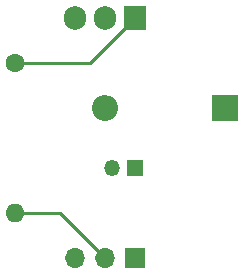
<source format=gbr>
%TF.GenerationSoftware,KiCad,Pcbnew,7.0.1*%
%TF.CreationDate,2023-04-05T13:19:19-06:00*%
%TF.ProjectId,solenoid_driver,736f6c65-6e6f-4696-945f-647269766572,rev?*%
%TF.SameCoordinates,Original*%
%TF.FileFunction,Copper,L2,Bot*%
%TF.FilePolarity,Positive*%
%FSLAX46Y46*%
G04 Gerber Fmt 4.6, Leading zero omitted, Abs format (unit mm)*
G04 Created by KiCad (PCBNEW 7.0.1) date 2023-04-05 13:19:19*
%MOMM*%
%LPD*%
G01*
G04 APERTURE LIST*
%TA.AperFunction,ComponentPad*%
%ADD10R,1.350000X1.350000*%
%TD*%
%TA.AperFunction,ComponentPad*%
%ADD11O,1.350000X1.350000*%
%TD*%
%TA.AperFunction,ComponentPad*%
%ADD12C,1.600000*%
%TD*%
%TA.AperFunction,ComponentPad*%
%ADD13O,1.600000X1.600000*%
%TD*%
%TA.AperFunction,ComponentPad*%
%ADD14R,1.905000X2.000000*%
%TD*%
%TA.AperFunction,ComponentPad*%
%ADD15O,1.905000X2.000000*%
%TD*%
%TA.AperFunction,ComponentPad*%
%ADD16R,1.700000X1.700000*%
%TD*%
%TA.AperFunction,ComponentPad*%
%ADD17O,1.700000X1.700000*%
%TD*%
%TA.AperFunction,ComponentPad*%
%ADD18R,2.200000X2.200000*%
%TD*%
%TA.AperFunction,ComponentPad*%
%ADD19O,2.200000X2.200000*%
%TD*%
%TA.AperFunction,Conductor*%
%ADD20C,0.250000*%
%TD*%
G04 APERTURE END LIST*
D10*
%TO.P,J2,1,Pin_1*%
%TO.N,Net-(D1-K)*%
X149860000Y-91440000D03*
D11*
%TO.P,J2,2,Pin_2*%
%TO.N,Net-(D1-A)*%
X147860000Y-91440000D03*
%TD*%
D12*
%TO.P,R1,1*%
%TO.N,Net-(Q1-B)*%
X139700000Y-82550000D03*
D13*
%TO.P,R1,2*%
%TO.N,Net-(J1-Pin_2)*%
X139700000Y-95250000D03*
%TD*%
D14*
%TO.P,Q1,1,B*%
%TO.N,Net-(Q1-B)*%
X149860000Y-78740000D03*
D15*
%TO.P,Q1,2,C*%
%TO.N,Net-(D1-A)*%
X147320000Y-78740000D03*
%TO.P,Q1,3,E*%
%TO.N,Net-(J1-Pin_3)*%
X144780000Y-78740000D03*
%TD*%
D16*
%TO.P,J1,1,Pin_1*%
%TO.N,Net-(D1-K)*%
X149860000Y-99060000D03*
D17*
%TO.P,J1,2,Pin_2*%
%TO.N,Net-(J1-Pin_2)*%
X147320000Y-99060000D03*
%TO.P,J1,3,Pin_3*%
%TO.N,Net-(J1-Pin_3)*%
X144780000Y-99060000D03*
%TD*%
D18*
%TO.P,D1,1,K*%
%TO.N,Net-(D1-K)*%
X157480000Y-86360000D03*
D19*
%TO.P,D1,2,A*%
%TO.N,Net-(D1-A)*%
X147320000Y-86360000D03*
%TD*%
D20*
%TO.N,Net-(J1-Pin_2)*%
X143510000Y-95250000D02*
X147320000Y-99060000D01*
X139700000Y-95250000D02*
X143510000Y-95250000D01*
%TO.N,Net-(Q1-B)*%
X149860000Y-78740000D02*
X146050000Y-82550000D01*
X146050000Y-82550000D02*
X139700000Y-82550000D01*
%TD*%
M02*

</source>
